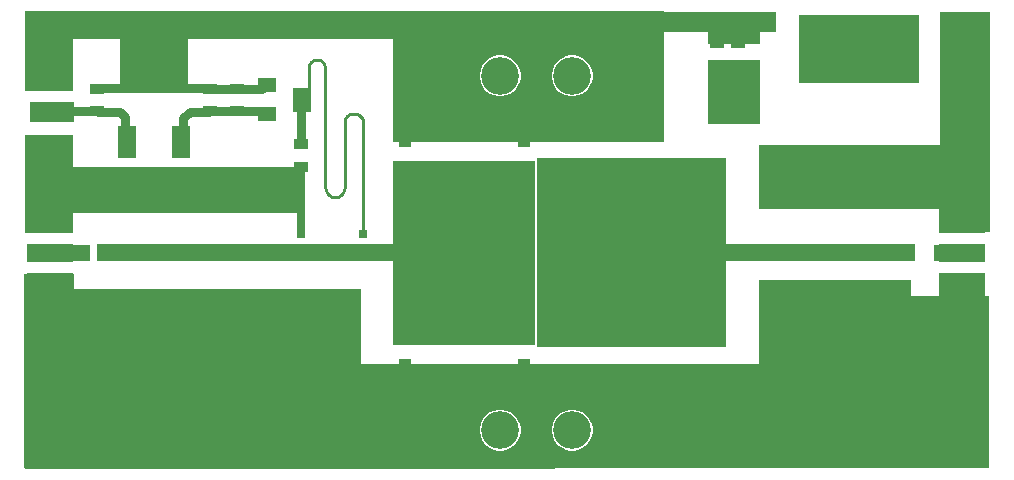
<source format=gtl>
G04*
G04 #@! TF.GenerationSoftware,Altium Limited,Altium Designer,22.0.2 (36)*
G04*
G04 Layer_Physical_Order=1*
G04 Layer_Color=255*
%FSLAX25Y25*%
%MOIN*%
G70*
G04*
G04 #@! TF.SameCoordinates,04F3E7EA-1EC6-48BA-AAB6-D1FA50B40766*
G04*
G04*
G04 #@! TF.FilePolarity,Positive*
G04*
G01*
G75*
%ADD12C,0.01000*%
%ADD18R,0.06000X0.11000*%
%ADD19R,0.23000X0.24500*%
%ADD20R,0.05000X0.03500*%
%ADD21R,0.06299X0.05118*%
%ADD22R,0.06299X0.07874*%
%ADD23R,0.03000X0.03000*%
%ADD24R,0.23228X0.59055*%
%ADD25R,0.15748X0.07874*%
%ADD26R,0.15748X0.05906*%
%ADD27O,0.05118X0.14961*%
%ADD28R,0.05118X0.14961*%
%ADD29R,0.03000X0.03000*%
%ADD61C,0.01146*%
%ADD62C,0.03150*%
%ADD63R,0.04173X0.11614*%
%ADD64R,0.50787X0.62795*%
%ADD65R,0.62008X0.21260*%
%ADD66R,0.93110X0.15551*%
%ADD67R,1.24409X0.09486*%
%ADD68R,0.16732X0.73698*%
%ADD69R,0.42126X0.07087*%
%ADD70R,0.14764X0.07087*%
%ADD71R,0.16339X0.26575*%
%ADD72R,0.16339X0.32874*%
%ADD73R,0.45079X0.57480*%
%ADD74R,0.74410X0.09055*%
%ADD75R,1.12008X0.59843*%
%ADD76R,0.17323X0.21457*%
%ADD77R,0.90158X0.09055*%
%ADD78R,0.03150X0.23819*%
%ADD79R,0.16732X0.65158*%
%ADD80R,0.17323X0.05107*%
%ADD81R,0.39961X0.23032*%
%ADD82C,0.12598*%
%ADD83C,0.02362*%
%ADD84C,0.12992*%
%ADD85C,0.15748*%
G36*
X212992Y108814D02*
X122835D01*
Y152362D01*
X212992D01*
Y108814D01*
D02*
G37*
G36*
X21654Y69051D02*
X9909D01*
Y74677D01*
X21654D01*
Y69051D01*
D02*
G37*
G36*
X309842Y69038D02*
X303150D01*
Y74663D01*
X309842D01*
Y69038D01*
D02*
G37*
G36*
X170077Y41193D02*
X122886D01*
Y69063D01*
X24016D01*
Y74688D01*
X122886D01*
Y102558D01*
X170077D01*
Y41193D01*
D02*
G37*
G36*
X233848Y103394D02*
X233856Y103386D01*
X233860Y103377D01*
Y103372D01*
Y74688D01*
X296850D01*
Y69063D01*
X233860D01*
Y40379D01*
Y40374D01*
X233856Y40364D01*
X233848Y40357D01*
X233839Y40353D01*
X233833D01*
X184621Y40353D01*
X170841Y40353D01*
X170836D01*
X170826Y40357D01*
X170819Y40364D01*
X170815Y40374D01*
Y40379D01*
Y103372D01*
Y103377D01*
X170819Y103386D01*
X170826Y103394D01*
X170836Y103398D01*
X233839D01*
X233848Y103394D01*
D02*
G37*
G36*
X245276Y197D02*
X107112Y0D01*
X106693Y418D01*
Y34843D01*
X245276D01*
Y197D01*
D02*
G37*
%LPC*%
G36*
X183150Y137705D02*
X181811D01*
X180497Y137443D01*
X179260Y136931D01*
X178146Y136187D01*
X177199Y135240D01*
X176455Y134126D01*
X175942Y132889D01*
X175681Y131575D01*
Y130236D01*
X175942Y128922D01*
X176455Y127685D01*
X177199Y126571D01*
X178146Y125624D01*
X179260Y124880D01*
X180497Y124368D01*
X181811Y124106D01*
X183150D01*
X184464Y124368D01*
X185701Y124880D01*
X186815Y125624D01*
X187762Y126571D01*
X188506Y127685D01*
X189018Y128922D01*
X189279Y130236D01*
Y131575D01*
X189018Y132889D01*
X188506Y134126D01*
X187762Y135240D01*
X186815Y136187D01*
X185701Y136931D01*
X184464Y137443D01*
X183150Y137705D01*
D02*
G37*
G36*
X159134D02*
X157795D01*
X156481Y137443D01*
X155244Y136931D01*
X154130Y136187D01*
X153183Y135240D01*
X152439Y134126D01*
X151927Y132889D01*
X151665Y131575D01*
Y130236D01*
X151927Y128922D01*
X152439Y127685D01*
X153183Y126571D01*
X154130Y125624D01*
X155244Y124880D01*
X156481Y124368D01*
X157795Y124106D01*
X159134D01*
X160448Y124368D01*
X161685Y124880D01*
X162799Y125624D01*
X163746Y126571D01*
X164490Y127685D01*
X165003Y128922D01*
X165264Y130236D01*
Y131575D01*
X165003Y132889D01*
X164490Y134126D01*
X163746Y135240D01*
X162799Y136187D01*
X161685Y136931D01*
X160448Y137443D01*
X159134Y137705D01*
D02*
G37*
G36*
X183150Y19594D02*
X181811D01*
X180497Y19333D01*
X179260Y18821D01*
X178146Y18077D01*
X177199Y17130D01*
X176455Y16016D01*
X175942Y14778D01*
X175681Y13465D01*
Y12126D01*
X175942Y10812D01*
X176455Y9575D01*
X177199Y8461D01*
X178146Y7514D01*
X179260Y6770D01*
X180497Y6257D01*
X181811Y5996D01*
X183150D01*
X184464Y6257D01*
X185701Y6770D01*
X186815Y7514D01*
X187762Y8461D01*
X188506Y9575D01*
X189018Y10812D01*
X189279Y12126D01*
Y13465D01*
X189018Y14778D01*
X188506Y16016D01*
X187762Y17130D01*
X186815Y18077D01*
X185701Y18821D01*
X184464Y19333D01*
X183150Y19594D01*
D02*
G37*
G36*
X159134D02*
X157795D01*
X156481Y19333D01*
X155244Y18821D01*
X154130Y18077D01*
X153183Y17130D01*
X152439Y16016D01*
X151927Y14778D01*
X151665Y13465D01*
Y12126D01*
X151927Y10812D01*
X152439Y9575D01*
X153183Y8461D01*
X154130Y7514D01*
X155244Y6770D01*
X156481Y6257D01*
X157795Y5996D01*
X159134D01*
X160448Y6257D01*
X161685Y6770D01*
X162799Y7514D01*
X163746Y8461D01*
X164490Y9575D01*
X165003Y10812D01*
X165264Y12126D01*
Y13465D01*
X165003Y14778D01*
X164490Y16016D01*
X163746Y17130D01*
X162799Y18077D01*
X161685Y18821D01*
X160448Y19333D01*
X159134Y19594D01*
D02*
G37*
%LPD*%
D12*
X112795Y73228D02*
X112795Y73228D01*
D18*
X34155Y108889D02*
D03*
X51955Y108789D02*
D03*
D19*
X43110Y137402D02*
D03*
D20*
X24212Y119095D02*
D03*
Y126575D02*
D03*
X70767Y119059D02*
D03*
Y126540D02*
D03*
X61614Y119095D02*
D03*
Y126575D02*
D03*
X92166Y108071D02*
D03*
Y100590D02*
D03*
X237795Y134449D02*
D03*
Y141929D02*
D03*
X230795Y134449D02*
D03*
Y141929D02*
D03*
D21*
X80866Y127874D02*
D03*
Y118032D02*
D03*
D22*
X92283Y122953D02*
D03*
D23*
X92126Y78346D02*
D03*
Y73228D02*
D03*
X112795Y78347D02*
D03*
Y73228D02*
D03*
D24*
X182480Y71850D02*
D03*
X158465D02*
D03*
D25*
X8465Y82480D02*
D03*
Y61221D02*
D03*
X312434D02*
D03*
Y82480D02*
D03*
D26*
X8465Y71850D02*
D03*
X312434D02*
D03*
D27*
X288976Y100000D02*
D03*
D28*
Y139370D02*
D03*
D29*
X25393Y71850D02*
D03*
X20275D02*
D03*
D61*
X109493Y118294D02*
X108413Y118044D01*
X107505Y117407D01*
X106902Y116475D01*
X106693Y115386D01*
X100197Y133727D02*
X100192Y133827D01*
X100197Y93701D02*
X100356Y92697D01*
X100817Y91792D01*
X101536Y91073D01*
X102441Y90612D01*
X103445Y90453D01*
X104449Y90612D01*
X105354Y91073D01*
X106073Y91792D01*
X106534Y92697D01*
X106693Y93701D01*
X100192Y133827D02*
X99902Y134832D01*
X99258Y135657D01*
X98353Y136182D01*
X97318Y136333D01*
X96301Y136088D01*
X95448Y135482D01*
X94883Y134602D01*
X94685Y133575D01*
X112795Y115587D02*
X112642Y116516D01*
X112181Y117338D01*
X111468Y117954D01*
X110588Y118290D01*
X109646Y118307D01*
X94685Y133575D02*
X94685Y133570D01*
X106693Y115386D02*
X106693Y115381D01*
X94685Y124016D02*
Y133570D01*
X100197Y93701D02*
Y133727D01*
X106693Y93701D02*
Y115381D01*
X112795Y115587D02*
X112795Y115582D01*
X109493Y118294D02*
X109524Y118295D01*
X112795Y78347D02*
Y115582D01*
X109524Y118295D02*
X109646Y118307D01*
D62*
X51955Y108789D02*
X52825Y109659D01*
Y116801D01*
X54943Y118920D02*
X61439D01*
X52825Y116801D02*
X54943Y118920D01*
X61439D02*
X61614Y119095D01*
X31614Y118920D02*
X33459Y117075D01*
Y109585D02*
Y117075D01*
Y109585D02*
X34155Y108889D01*
X24387Y118920D02*
X31614D01*
X5905Y119095D02*
X24212D01*
X24387Y118920D01*
X24363Y126726D02*
X33185D01*
X24212Y126575D02*
X24363Y126726D01*
X43110Y136652D02*
Y137402D01*
X33185Y126726D02*
X43110Y136652D01*
X53035Y126726D02*
X61463D01*
X43110Y136652D02*
X53035Y126726D01*
X61463D02*
X61614Y126575D01*
X61649Y126540D02*
X70767D01*
Y126575D02*
X78977D01*
X61614Y119095D02*
X70767D01*
X79212D01*
X80276Y118032D02*
X80866D01*
X79212Y119095D02*
X80276Y118032D01*
X78977Y126575D02*
X80276Y127874D01*
X60433Y145276D02*
X60630Y145079D01*
X92166Y108071D02*
Y122953D01*
X80276Y127874D02*
X80866D01*
D63*
X166260Y112697D02*
D03*
X126850D02*
D03*
X166260Y30807D02*
D03*
X126850D02*
D03*
D64*
X270079Y31594D02*
D03*
D65*
X275886Y97047D02*
D03*
D66*
X46555Y92815D02*
D03*
D67*
X62795Y147816D02*
D03*
D68*
X313428Y115513D02*
D03*
D69*
X229528Y148819D02*
D03*
D70*
X9154Y118701D02*
D03*
D71*
X8169Y139272D02*
D03*
D72*
Y94980D02*
D03*
D73*
X299114Y28937D02*
D03*
D74*
X208071Y30315D02*
D03*
D75*
X56004Y29921D02*
D03*
D76*
X236444Y125481D02*
D03*
D77*
X167913Y113341D02*
D03*
D78*
X92126Y88681D02*
D03*
D79*
X8169Y32579D02*
D03*
D80*
X236417Y143695D02*
D03*
D81*
X278051Y139862D02*
D03*
D82*
X158465Y12795D02*
D03*
X182480D02*
D03*
Y130905D02*
D03*
X158465D02*
D03*
D83*
X319173Y143543D02*
D03*
Y133543D02*
D03*
Y123543D02*
D03*
Y113543D02*
D03*
Y103543D02*
D03*
Y93543D02*
D03*
Y53543D02*
D03*
Y43543D02*
D03*
Y33543D02*
D03*
Y23543D02*
D03*
Y13543D02*
D03*
Y3543D02*
D03*
X316673Y148543D02*
D03*
X314173Y143543D02*
D03*
X316673Y138543D02*
D03*
X314173Y133543D02*
D03*
X316673Y128543D02*
D03*
X314173Y123543D02*
D03*
X316673Y118543D02*
D03*
X314173Y113543D02*
D03*
X316673Y108543D02*
D03*
X314173Y103543D02*
D03*
X316673Y98543D02*
D03*
X314173Y93543D02*
D03*
X316673Y88543D02*
D03*
X314173Y53543D02*
D03*
X316673Y48543D02*
D03*
X314173Y43543D02*
D03*
X316673Y38543D02*
D03*
X314173Y33543D02*
D03*
X316673Y28543D02*
D03*
X314173Y23543D02*
D03*
X316673Y18543D02*
D03*
X314173Y13543D02*
D03*
X316673Y8543D02*
D03*
X314173Y3543D02*
D03*
X311673Y148543D02*
D03*
X309173Y143543D02*
D03*
X311673Y138543D02*
D03*
X309173Y133543D02*
D03*
X311673Y128543D02*
D03*
X309173Y123543D02*
D03*
X311673Y118543D02*
D03*
X309173Y113543D02*
D03*
X311673Y108543D02*
D03*
X309173Y103543D02*
D03*
X311673Y98543D02*
D03*
X309173Y93543D02*
D03*
X311673Y88543D02*
D03*
X309173Y53543D02*
D03*
X311673Y48543D02*
D03*
X309173Y43543D02*
D03*
X311673Y38543D02*
D03*
X309173Y33543D02*
D03*
X311673Y28543D02*
D03*
X309173Y23543D02*
D03*
X311673Y18543D02*
D03*
X309173Y13543D02*
D03*
X311673Y8543D02*
D03*
X309173Y3543D02*
D03*
X306673Y148543D02*
D03*
Y138543D02*
D03*
Y128543D02*
D03*
Y118543D02*
D03*
Y108543D02*
D03*
X304173Y103543D02*
D03*
X306673Y98543D02*
D03*
X304173Y93543D02*
D03*
X306673Y88543D02*
D03*
X304173Y53543D02*
D03*
X306673Y48543D02*
D03*
X304173Y43543D02*
D03*
X306673Y38543D02*
D03*
X304173Y33543D02*
D03*
X306673Y28543D02*
D03*
X304173Y23543D02*
D03*
X306673Y18543D02*
D03*
X304173Y13543D02*
D03*
X306673Y8543D02*
D03*
X304173Y3543D02*
D03*
X299173Y103543D02*
D03*
X301673Y98543D02*
D03*
X299173Y93543D02*
D03*
X301673Y88543D02*
D03*
X299173Y53543D02*
D03*
X301673Y48543D02*
D03*
X299173Y43543D02*
D03*
X301673Y38543D02*
D03*
X299173Y33543D02*
D03*
X301673Y28543D02*
D03*
X299173Y23543D02*
D03*
X301673Y18543D02*
D03*
X299173Y13543D02*
D03*
X301673Y8543D02*
D03*
X299173Y3543D02*
D03*
X294173Y103543D02*
D03*
X296673Y98543D02*
D03*
X294173Y93543D02*
D03*
X296673Y88543D02*
D03*
X294173Y53543D02*
D03*
X296673Y48543D02*
D03*
X294173Y43543D02*
D03*
X296673Y38543D02*
D03*
X294173Y33543D02*
D03*
X296673Y28543D02*
D03*
X294173Y23543D02*
D03*
X296673Y18543D02*
D03*
X294173Y13543D02*
D03*
X296673Y8543D02*
D03*
X294173Y3543D02*
D03*
X291673Y88543D02*
D03*
Y58543D02*
D03*
X289173Y53543D02*
D03*
X291673Y48543D02*
D03*
X289173Y43543D02*
D03*
X291673Y38543D02*
D03*
X289173Y33543D02*
D03*
X291673Y28543D02*
D03*
X289173Y23543D02*
D03*
X291673Y18543D02*
D03*
X289173Y13543D02*
D03*
X291673Y8543D02*
D03*
X289173Y3543D02*
D03*
X284173Y103543D02*
D03*
Y93543D02*
D03*
X286673Y88543D02*
D03*
Y58543D02*
D03*
X284173Y53543D02*
D03*
X286673Y48543D02*
D03*
X284173Y43543D02*
D03*
X286673Y38543D02*
D03*
X284173Y33543D02*
D03*
X286673Y28543D02*
D03*
X284173Y23543D02*
D03*
X286673Y18543D02*
D03*
X284173Y13543D02*
D03*
X286673Y8543D02*
D03*
X284173Y3543D02*
D03*
X279173Y103543D02*
D03*
X281673Y98543D02*
D03*
X279173Y93543D02*
D03*
X281673Y88543D02*
D03*
Y58543D02*
D03*
X279173Y53543D02*
D03*
X281673Y48543D02*
D03*
X279173Y43543D02*
D03*
X281673Y38543D02*
D03*
X279173Y33543D02*
D03*
X281673Y28543D02*
D03*
X279173Y23543D02*
D03*
X281673Y18543D02*
D03*
X279173Y13543D02*
D03*
X281673Y8543D02*
D03*
X279173Y3543D02*
D03*
X274173Y103543D02*
D03*
X276673Y98543D02*
D03*
X274173Y93543D02*
D03*
X276673Y88543D02*
D03*
Y58543D02*
D03*
X274173Y53543D02*
D03*
X276673Y48543D02*
D03*
X274173Y43543D02*
D03*
X276673Y38543D02*
D03*
X274173Y33543D02*
D03*
X276673Y28543D02*
D03*
X274173Y23543D02*
D03*
X276673Y18543D02*
D03*
X274173Y13543D02*
D03*
X276673Y8543D02*
D03*
X274173Y3543D02*
D03*
X269173Y103543D02*
D03*
X271673Y98543D02*
D03*
X269173Y93543D02*
D03*
X271673Y88543D02*
D03*
Y58543D02*
D03*
X269173Y53543D02*
D03*
X271673Y48543D02*
D03*
X269173Y43543D02*
D03*
X271673Y38543D02*
D03*
X269173Y33543D02*
D03*
X271673Y28543D02*
D03*
X269173Y23543D02*
D03*
X271673Y18543D02*
D03*
X269173Y13543D02*
D03*
X271673Y8543D02*
D03*
X269173Y3543D02*
D03*
X264173Y103543D02*
D03*
X266673Y98543D02*
D03*
X264173Y93543D02*
D03*
X266673Y88543D02*
D03*
Y58543D02*
D03*
X264173Y53543D02*
D03*
X266673Y48543D02*
D03*
Y38543D02*
D03*
X264173Y33543D02*
D03*
X266673Y28543D02*
D03*
X264173Y23543D02*
D03*
X266673Y18543D02*
D03*
X264173Y13543D02*
D03*
X266673Y8543D02*
D03*
X264173Y3543D02*
D03*
X259173Y103543D02*
D03*
X261673Y88543D02*
D03*
Y58543D02*
D03*
Y38543D02*
D03*
X259173Y33543D02*
D03*
X261673Y28543D02*
D03*
X259173Y23543D02*
D03*
X261673Y18543D02*
D03*
X259173Y13543D02*
D03*
X261673Y8543D02*
D03*
X259173Y3543D02*
D03*
X256673Y88543D02*
D03*
Y58543D02*
D03*
X254173Y33543D02*
D03*
X256673Y28543D02*
D03*
X254173Y23543D02*
D03*
X256673Y18543D02*
D03*
X254173Y13543D02*
D03*
X256673Y8543D02*
D03*
X254173Y3543D02*
D03*
X249173Y103543D02*
D03*
X251673Y88543D02*
D03*
Y58543D02*
D03*
Y38543D02*
D03*
X249173Y33543D02*
D03*
X251673Y28543D02*
D03*
X249173Y23543D02*
D03*
X251673Y18543D02*
D03*
X249173Y13543D02*
D03*
X251673Y8543D02*
D03*
X249173Y3543D02*
D03*
X246673Y148543D02*
D03*
Y98543D02*
D03*
Y88543D02*
D03*
Y58543D02*
D03*
Y38543D02*
D03*
X244173Y33543D02*
D03*
X246673Y28543D02*
D03*
X244173Y23543D02*
D03*
X246673Y18543D02*
D03*
X244173Y13543D02*
D03*
X246673Y8543D02*
D03*
X244173Y3543D02*
D03*
X241673Y148543D02*
D03*
X239173Y33543D02*
D03*
X241673Y28543D02*
D03*
X239173Y23543D02*
D03*
X241673Y18543D02*
D03*
X239173Y13543D02*
D03*
X241673Y8543D02*
D03*
X239173Y3543D02*
D03*
X236673Y148543D02*
D03*
X234173Y33543D02*
D03*
X236673Y28543D02*
D03*
X234173Y23543D02*
D03*
X236673Y18543D02*
D03*
X234173Y13543D02*
D03*
X236673Y8543D02*
D03*
X234173Y3543D02*
D03*
X231673Y148543D02*
D03*
X229173Y33543D02*
D03*
X231673Y28543D02*
D03*
X229173Y23543D02*
D03*
X231673Y18543D02*
D03*
X229173Y13543D02*
D03*
X231673Y8543D02*
D03*
X229173Y3543D02*
D03*
X226673Y148543D02*
D03*
X224173Y33543D02*
D03*
X226673Y28543D02*
D03*
X224173Y23543D02*
D03*
X226673Y18543D02*
D03*
X224173Y13543D02*
D03*
X226673Y8543D02*
D03*
X224173Y3543D02*
D03*
X221673Y148543D02*
D03*
X219173Y33543D02*
D03*
X221673Y28543D02*
D03*
X219173Y23543D02*
D03*
X221673Y18543D02*
D03*
X219173Y13543D02*
D03*
X221673Y8543D02*
D03*
X219173Y3543D02*
D03*
X216673Y148543D02*
D03*
X214173Y33543D02*
D03*
X216673Y28543D02*
D03*
X214173Y23543D02*
D03*
X216673Y18543D02*
D03*
X214173Y13543D02*
D03*
X216673Y8543D02*
D03*
X214173Y3543D02*
D03*
X211673Y148543D02*
D03*
X209173Y143543D02*
D03*
X211673Y138543D02*
D03*
X209173Y133543D02*
D03*
X211673Y128543D02*
D03*
X209173Y123543D02*
D03*
X211673Y118543D02*
D03*
X209173Y113543D02*
D03*
Y33543D02*
D03*
X211673Y28543D02*
D03*
X209173Y23543D02*
D03*
X211673Y18543D02*
D03*
X209173Y13543D02*
D03*
X211673Y8543D02*
D03*
X209173Y3543D02*
D03*
X206673Y148543D02*
D03*
X204173Y143543D02*
D03*
X206673Y138543D02*
D03*
X204173Y133543D02*
D03*
X206673Y128543D02*
D03*
X204173Y123543D02*
D03*
X206673Y118543D02*
D03*
X204173Y113543D02*
D03*
Y33543D02*
D03*
X206673Y28543D02*
D03*
X204173Y23543D02*
D03*
X206673Y18543D02*
D03*
X204173Y13543D02*
D03*
X206673Y8543D02*
D03*
X204173Y3543D02*
D03*
X201673Y148543D02*
D03*
X199173Y143543D02*
D03*
X201673Y138543D02*
D03*
X199173Y133543D02*
D03*
X201673Y128543D02*
D03*
X199173Y123543D02*
D03*
X201673Y118543D02*
D03*
X199173Y113543D02*
D03*
Y33543D02*
D03*
X201673Y28543D02*
D03*
X199173Y23543D02*
D03*
X201673Y18543D02*
D03*
X199173Y13543D02*
D03*
X201673Y8543D02*
D03*
X199173Y3543D02*
D03*
X196673Y148543D02*
D03*
X194173Y143543D02*
D03*
X196673Y138543D02*
D03*
X194173Y133543D02*
D03*
X196673Y128543D02*
D03*
X194173Y123543D02*
D03*
X196673Y118543D02*
D03*
X194173Y113543D02*
D03*
Y33543D02*
D03*
X196673Y28543D02*
D03*
X194173Y23543D02*
D03*
X196673Y18543D02*
D03*
X194173Y13543D02*
D03*
X196673Y8543D02*
D03*
X194173Y3543D02*
D03*
X191673Y148543D02*
D03*
X189173Y143543D02*
D03*
X191673Y138543D02*
D03*
Y128543D02*
D03*
X189173Y123543D02*
D03*
X191673Y118543D02*
D03*
X189173Y113543D02*
D03*
Y33543D02*
D03*
X191673Y28543D02*
D03*
X189173Y23543D02*
D03*
X191673Y18543D02*
D03*
Y8543D02*
D03*
X189173Y3543D02*
D03*
X186673Y148543D02*
D03*
X184173Y143543D02*
D03*
X186673Y138543D02*
D03*
Y118543D02*
D03*
X184173Y113543D02*
D03*
Y33543D02*
D03*
X186673Y28543D02*
D03*
X184173Y23543D02*
D03*
Y3543D02*
D03*
X181673Y148543D02*
D03*
X179173Y143543D02*
D03*
Y123543D02*
D03*
X181673Y118543D02*
D03*
X179173Y113543D02*
D03*
Y33543D02*
D03*
X181673Y28543D02*
D03*
X179173Y23543D02*
D03*
Y3543D02*
D03*
X176673Y148543D02*
D03*
X174173Y143543D02*
D03*
X176673Y138543D02*
D03*
X174173Y133543D02*
D03*
Y123543D02*
D03*
X176673Y118543D02*
D03*
X174173Y113543D02*
D03*
Y33543D02*
D03*
X176673Y28543D02*
D03*
X174173Y23543D02*
D03*
X176673Y18543D02*
D03*
X174173Y13543D02*
D03*
Y3543D02*
D03*
X166673Y148543D02*
D03*
X164173Y143543D02*
D03*
X166673Y138543D02*
D03*
Y128543D02*
D03*
X164173Y123543D02*
D03*
X166673Y118543D02*
D03*
X164173Y113543D02*
D03*
Y33543D02*
D03*
X166673Y28543D02*
D03*
X164173Y23543D02*
D03*
X166673Y18543D02*
D03*
Y8543D02*
D03*
X164173Y3543D02*
D03*
X161673Y148543D02*
D03*
X159173Y143543D02*
D03*
X161673Y138543D02*
D03*
Y118543D02*
D03*
X159173Y113543D02*
D03*
Y33543D02*
D03*
X161673Y28543D02*
D03*
X159173Y23543D02*
D03*
Y3543D02*
D03*
X156673Y148543D02*
D03*
X154173Y143543D02*
D03*
Y123543D02*
D03*
X156673Y118543D02*
D03*
X154173Y113543D02*
D03*
Y33543D02*
D03*
X156673Y28543D02*
D03*
X154173Y23543D02*
D03*
Y3543D02*
D03*
X151673Y148543D02*
D03*
X149173Y143543D02*
D03*
X151673Y138543D02*
D03*
X149173Y133543D02*
D03*
Y123543D02*
D03*
X151673Y118543D02*
D03*
X149173Y113543D02*
D03*
Y33543D02*
D03*
X151673Y28543D02*
D03*
X149173Y23543D02*
D03*
X151673Y18543D02*
D03*
X149173Y13543D02*
D03*
X151673Y8543D02*
D03*
X149173Y3543D02*
D03*
X146673Y148543D02*
D03*
X144173Y143543D02*
D03*
X146673Y138543D02*
D03*
X144173Y133543D02*
D03*
X146673Y128543D02*
D03*
X144173Y123543D02*
D03*
X146673Y118543D02*
D03*
X144173Y113543D02*
D03*
Y33543D02*
D03*
X146673Y28543D02*
D03*
X144173Y23543D02*
D03*
X146673Y18543D02*
D03*
X144173Y13543D02*
D03*
X146673Y8543D02*
D03*
X144173Y3543D02*
D03*
X141673Y148543D02*
D03*
X139173Y143543D02*
D03*
X141673Y138543D02*
D03*
X139173Y133543D02*
D03*
X141673Y128543D02*
D03*
X139173Y123543D02*
D03*
X141673Y118543D02*
D03*
X139173Y113543D02*
D03*
Y33543D02*
D03*
X141673Y28543D02*
D03*
X139173Y23543D02*
D03*
X141673Y18543D02*
D03*
X139173Y13543D02*
D03*
X141673Y8543D02*
D03*
X139173Y3543D02*
D03*
X136673Y148543D02*
D03*
X134173Y143543D02*
D03*
X136673Y138543D02*
D03*
X134173Y133543D02*
D03*
X136673Y128543D02*
D03*
X134173Y123543D02*
D03*
X136673Y118543D02*
D03*
X134173Y113543D02*
D03*
Y33543D02*
D03*
X136673Y28543D02*
D03*
X134173Y23543D02*
D03*
X136673Y18543D02*
D03*
X134173Y13543D02*
D03*
X136673Y8543D02*
D03*
X134173Y3543D02*
D03*
X131673Y148543D02*
D03*
X129173Y143543D02*
D03*
X131673Y138543D02*
D03*
X129173Y133543D02*
D03*
X131673Y128543D02*
D03*
X129173Y123543D02*
D03*
X131673Y118543D02*
D03*
X129173Y113543D02*
D03*
Y33543D02*
D03*
X131673Y28543D02*
D03*
X129173Y23543D02*
D03*
X131673Y18543D02*
D03*
X129173Y13543D02*
D03*
X131673Y8543D02*
D03*
X129173Y3543D02*
D03*
X126673Y148543D02*
D03*
X124173Y143543D02*
D03*
X126673Y138543D02*
D03*
X124173Y133543D02*
D03*
X126673Y128543D02*
D03*
X124173Y123543D02*
D03*
X126673Y118543D02*
D03*
X124173Y113543D02*
D03*
Y33543D02*
D03*
X126673Y28543D02*
D03*
X124173Y23543D02*
D03*
X126673Y18543D02*
D03*
X124173Y13543D02*
D03*
X126673Y8543D02*
D03*
X124173Y3543D02*
D03*
X121673Y148543D02*
D03*
X119173Y33543D02*
D03*
X121673Y28543D02*
D03*
X119173Y23543D02*
D03*
X121673Y18543D02*
D03*
X119173Y13543D02*
D03*
X121673Y8543D02*
D03*
X119173Y3543D02*
D03*
X116673Y148543D02*
D03*
X114173Y33543D02*
D03*
X116673Y28543D02*
D03*
X114173Y23543D02*
D03*
X116673Y18543D02*
D03*
X114173Y13543D02*
D03*
X116673Y8543D02*
D03*
X114173Y3543D02*
D03*
X111673Y148543D02*
D03*
X109173Y53543D02*
D03*
Y43543D02*
D03*
Y33543D02*
D03*
X111673Y28543D02*
D03*
X109173Y23543D02*
D03*
X111673Y18543D02*
D03*
X109173Y13543D02*
D03*
X111673Y8543D02*
D03*
X109173Y3543D02*
D03*
X106673Y148543D02*
D03*
Y58543D02*
D03*
X104173Y53543D02*
D03*
X106673Y48543D02*
D03*
X104173Y43543D02*
D03*
X106673Y38543D02*
D03*
X104173Y33543D02*
D03*
X106673Y28543D02*
D03*
X104173Y23543D02*
D03*
X106673Y18543D02*
D03*
X104173Y13543D02*
D03*
X106673Y8543D02*
D03*
X104173Y3543D02*
D03*
X101673Y148543D02*
D03*
Y58543D02*
D03*
X99173Y53543D02*
D03*
X101673Y48543D02*
D03*
X99173Y43543D02*
D03*
X101673Y38543D02*
D03*
X99173Y33543D02*
D03*
X101673Y28543D02*
D03*
X99173Y23543D02*
D03*
X101673Y18543D02*
D03*
X99173Y13543D02*
D03*
X101673Y8543D02*
D03*
X99173Y3543D02*
D03*
X96673Y148543D02*
D03*
Y58543D02*
D03*
X94173Y53543D02*
D03*
X96673Y48543D02*
D03*
X94173Y43543D02*
D03*
X96673Y38543D02*
D03*
X94173Y33543D02*
D03*
X96673Y28543D02*
D03*
X94173Y23543D02*
D03*
X96673Y18543D02*
D03*
X94173Y13543D02*
D03*
X96673Y8543D02*
D03*
X94173Y3543D02*
D03*
X91673Y148543D02*
D03*
X89173Y93543D02*
D03*
X91673Y88543D02*
D03*
Y58543D02*
D03*
X89173Y53543D02*
D03*
X91673Y48543D02*
D03*
X89173Y43543D02*
D03*
X91673Y38543D02*
D03*
X89173Y33543D02*
D03*
X91673Y28543D02*
D03*
X89173Y23543D02*
D03*
X91673Y18543D02*
D03*
X89173Y13543D02*
D03*
X91673Y8543D02*
D03*
X89173Y3543D02*
D03*
X86673Y148543D02*
D03*
Y98543D02*
D03*
X84173Y93543D02*
D03*
X86673Y88543D02*
D03*
Y58543D02*
D03*
X84173Y53543D02*
D03*
X86673Y48543D02*
D03*
X84173Y43543D02*
D03*
X86673Y38543D02*
D03*
X84173Y33543D02*
D03*
X86673Y28543D02*
D03*
X84173Y23543D02*
D03*
X86673Y18543D02*
D03*
X84173Y13543D02*
D03*
X86673Y8543D02*
D03*
X84173Y3543D02*
D03*
X81673Y148543D02*
D03*
Y98543D02*
D03*
X79173Y93543D02*
D03*
X81673Y88543D02*
D03*
Y58543D02*
D03*
X79173Y53543D02*
D03*
X81673Y48543D02*
D03*
X79173Y43543D02*
D03*
X81673Y38543D02*
D03*
X79173Y33543D02*
D03*
X81673Y28543D02*
D03*
X79173Y23543D02*
D03*
X81673Y18543D02*
D03*
X79173Y13543D02*
D03*
X81673Y8543D02*
D03*
X79173Y3543D02*
D03*
X76673Y148543D02*
D03*
Y98543D02*
D03*
X74173Y93543D02*
D03*
X76673Y88543D02*
D03*
Y58543D02*
D03*
X74173Y53543D02*
D03*
X76673Y48543D02*
D03*
X74173Y43543D02*
D03*
X76673Y38543D02*
D03*
X74173Y33543D02*
D03*
X76673Y28543D02*
D03*
X74173Y23543D02*
D03*
X76673Y18543D02*
D03*
X74173Y13543D02*
D03*
X76673Y8543D02*
D03*
X74173Y3543D02*
D03*
X71673Y148543D02*
D03*
Y98543D02*
D03*
X69173Y93543D02*
D03*
X71673Y88543D02*
D03*
Y58543D02*
D03*
X69173Y53543D02*
D03*
X71673Y48543D02*
D03*
X69173Y43543D02*
D03*
X71673Y38543D02*
D03*
X69173Y33543D02*
D03*
X71673Y28543D02*
D03*
X69173Y23543D02*
D03*
X71673Y18543D02*
D03*
X69173Y13543D02*
D03*
X71673Y8543D02*
D03*
X69173Y3543D02*
D03*
X66673Y148543D02*
D03*
Y98543D02*
D03*
X64173Y93543D02*
D03*
X66673Y88543D02*
D03*
Y58543D02*
D03*
X64173Y53543D02*
D03*
X66673Y48543D02*
D03*
X64173Y43543D02*
D03*
X66673Y38543D02*
D03*
X64173Y33543D02*
D03*
X66673Y28543D02*
D03*
X64173Y23543D02*
D03*
X66673Y18543D02*
D03*
X64173Y13543D02*
D03*
X66673Y8543D02*
D03*
X64173Y3543D02*
D03*
X61673Y148543D02*
D03*
Y98543D02*
D03*
X59173Y93543D02*
D03*
X61673Y88543D02*
D03*
Y58543D02*
D03*
X59173Y53543D02*
D03*
X61673Y48543D02*
D03*
X59173Y43543D02*
D03*
X61673Y38543D02*
D03*
X59173Y33543D02*
D03*
X61673Y28543D02*
D03*
X59173Y23543D02*
D03*
X61673Y18543D02*
D03*
X59173Y13543D02*
D03*
X61673Y8543D02*
D03*
X59173Y3543D02*
D03*
X56673Y148543D02*
D03*
Y98543D02*
D03*
X54173Y93543D02*
D03*
X56673Y88543D02*
D03*
Y58543D02*
D03*
X54173Y53543D02*
D03*
X56673Y48543D02*
D03*
X54173Y43543D02*
D03*
X56673Y38543D02*
D03*
X54173Y33543D02*
D03*
X56673Y28543D02*
D03*
X54173Y23543D02*
D03*
X56673Y18543D02*
D03*
X54173Y13543D02*
D03*
X56673Y8543D02*
D03*
X54173Y3543D02*
D03*
X51673Y98543D02*
D03*
Y88543D02*
D03*
Y58543D02*
D03*
Y38543D02*
D03*
X49173Y33543D02*
D03*
X51673Y28543D02*
D03*
X49173Y23543D02*
D03*
X51673Y18543D02*
D03*
X49173Y13543D02*
D03*
X51673Y8543D02*
D03*
X49173Y3543D02*
D03*
X46673Y58543D02*
D03*
Y38543D02*
D03*
X44173Y33543D02*
D03*
X46673Y28543D02*
D03*
X44173Y23543D02*
D03*
X46673Y18543D02*
D03*
X44173Y13543D02*
D03*
X46673Y8543D02*
D03*
X44173Y3543D02*
D03*
X41673Y58543D02*
D03*
X39173Y33543D02*
D03*
X41673Y28543D02*
D03*
X39173Y23543D02*
D03*
X41673Y18543D02*
D03*
X39173Y13543D02*
D03*
X41673Y8543D02*
D03*
X39173Y3543D02*
D03*
X36673Y98543D02*
D03*
X34173Y93543D02*
D03*
X36673Y58543D02*
D03*
X34173Y53543D02*
D03*
Y43543D02*
D03*
X36673Y38543D02*
D03*
X34173Y33543D02*
D03*
X36673Y28543D02*
D03*
X34173Y23543D02*
D03*
X36673Y18543D02*
D03*
X34173Y13543D02*
D03*
X36673Y8543D02*
D03*
X34173Y3543D02*
D03*
X31673Y98543D02*
D03*
X29173Y93543D02*
D03*
X31673Y88543D02*
D03*
Y58543D02*
D03*
X29173Y53543D02*
D03*
X31673Y48543D02*
D03*
X29173Y43543D02*
D03*
X31673Y38543D02*
D03*
X29173Y33543D02*
D03*
X31673Y28543D02*
D03*
X29173Y23543D02*
D03*
X31673Y18543D02*
D03*
X29173Y13543D02*
D03*
X31673Y8543D02*
D03*
X29173Y3543D02*
D03*
X26673Y148543D02*
D03*
Y98543D02*
D03*
X24173Y93543D02*
D03*
X26673Y88543D02*
D03*
Y58543D02*
D03*
X24173Y53543D02*
D03*
X26673Y48543D02*
D03*
X24173Y43543D02*
D03*
X26673Y38543D02*
D03*
X24173Y33543D02*
D03*
X26673Y28543D02*
D03*
X24173Y23543D02*
D03*
X26673Y18543D02*
D03*
X24173Y13543D02*
D03*
X26673Y8543D02*
D03*
X24173Y3543D02*
D03*
X21673Y148543D02*
D03*
Y98543D02*
D03*
X19173Y93543D02*
D03*
X21673Y88543D02*
D03*
Y58543D02*
D03*
X19173Y53543D02*
D03*
X21673Y48543D02*
D03*
X19173Y43543D02*
D03*
X21673Y38543D02*
D03*
X19173Y33543D02*
D03*
X21673Y28543D02*
D03*
X19173Y23543D02*
D03*
X21673Y18543D02*
D03*
X19173Y13543D02*
D03*
X21673Y8543D02*
D03*
X19173Y3543D02*
D03*
X16673Y148543D02*
D03*
X14173Y143543D02*
D03*
Y133543D02*
D03*
Y103543D02*
D03*
X16673Y98543D02*
D03*
X14173Y93543D02*
D03*
X16673Y88543D02*
D03*
X14173Y53543D02*
D03*
X16673Y48543D02*
D03*
X14173Y43543D02*
D03*
X16673Y38543D02*
D03*
X14173Y33543D02*
D03*
X16673Y28543D02*
D03*
X14173Y23543D02*
D03*
X16673Y18543D02*
D03*
X14173Y13543D02*
D03*
X16673Y8543D02*
D03*
X14173Y3543D02*
D03*
X11673Y148543D02*
D03*
X9173Y143543D02*
D03*
X11673Y138543D02*
D03*
X9173Y133543D02*
D03*
X11673Y128543D02*
D03*
Y108543D02*
D03*
X9173Y103543D02*
D03*
X11673Y98543D02*
D03*
X9173Y93543D02*
D03*
X11673Y88543D02*
D03*
X9173Y53543D02*
D03*
X11673Y48543D02*
D03*
X9173Y43543D02*
D03*
X11673Y38543D02*
D03*
X9173Y33543D02*
D03*
X11673Y28543D02*
D03*
X9173Y23543D02*
D03*
X11673Y18543D02*
D03*
X9173Y13543D02*
D03*
X11673Y8543D02*
D03*
X9173Y3543D02*
D03*
X6673Y148543D02*
D03*
X4173Y143543D02*
D03*
X6673Y138543D02*
D03*
X4173Y133543D02*
D03*
X6673Y128543D02*
D03*
Y108543D02*
D03*
X4173Y103543D02*
D03*
X6673Y98543D02*
D03*
X4173Y93543D02*
D03*
X6673Y88543D02*
D03*
X4173Y53543D02*
D03*
X6673Y48543D02*
D03*
X4173Y43543D02*
D03*
X6673Y38543D02*
D03*
X4173Y33543D02*
D03*
X6673Y28543D02*
D03*
X4173Y23543D02*
D03*
X6673Y18543D02*
D03*
X4173Y13543D02*
D03*
X6673Y8543D02*
D03*
X4173Y3543D02*
D03*
D84*
X254724Y96653D02*
D03*
X43110Y92716D02*
D03*
D85*
X256102Y47441D02*
D03*
X43110D02*
D03*
M02*

</source>
